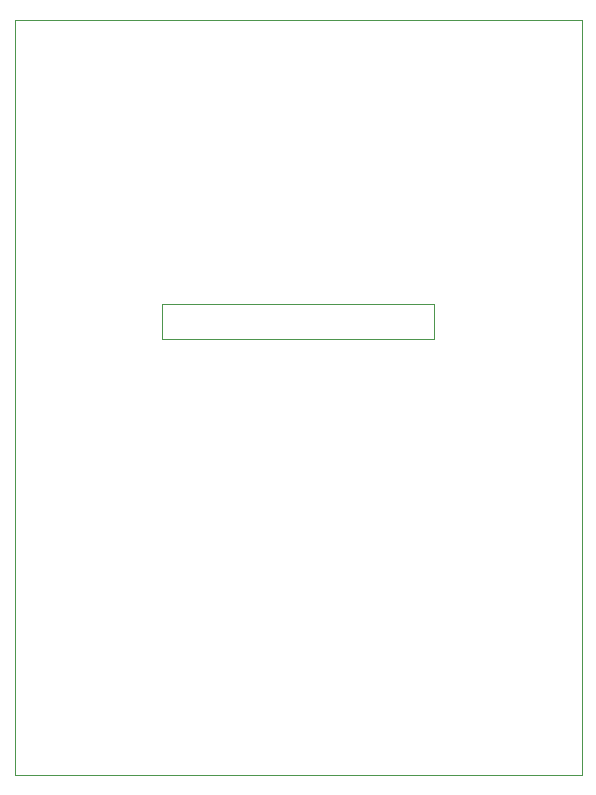
<source format=gbr>
%TF.GenerationSoftware,KiCad,Pcbnew,8.0.1*%
%TF.CreationDate,2024-04-03T11:04:11+02:00*%
%TF.ProjectId,dcload-interface-board,64636c6f-6164-42d6-996e-746572666163,rev?*%
%TF.SameCoordinates,Original*%
%TF.FileFunction,Profile,NP*%
%FSLAX46Y46*%
G04 Gerber Fmt 4.6, Leading zero omitted, Abs format (unit mm)*
G04 Created by KiCad (PCBNEW 8.0.1) date 2024-04-03 11:04:11*
%MOMM*%
%LPD*%
G01*
G04 APERTURE LIST*
%TA.AperFunction,Profile*%
%ADD10C,0.100000*%
%TD*%
%TA.AperFunction,Profile*%
%ADD11C,0.120000*%
%TD*%
G04 APERTURE END LIST*
D10*
X100000000Y-50000000D02*
X148000000Y-50000000D01*
X148000000Y-114000000D01*
X100000000Y-114000000D01*
X100000000Y-50000000D01*
%TO.C,U300*%
D11*
X112500000Y-74050000D02*
X135500000Y-74050000D01*
X135500000Y-77050000D01*
X112500000Y-77050000D01*
X112500000Y-74050000D01*
%TD*%
M02*

</source>
